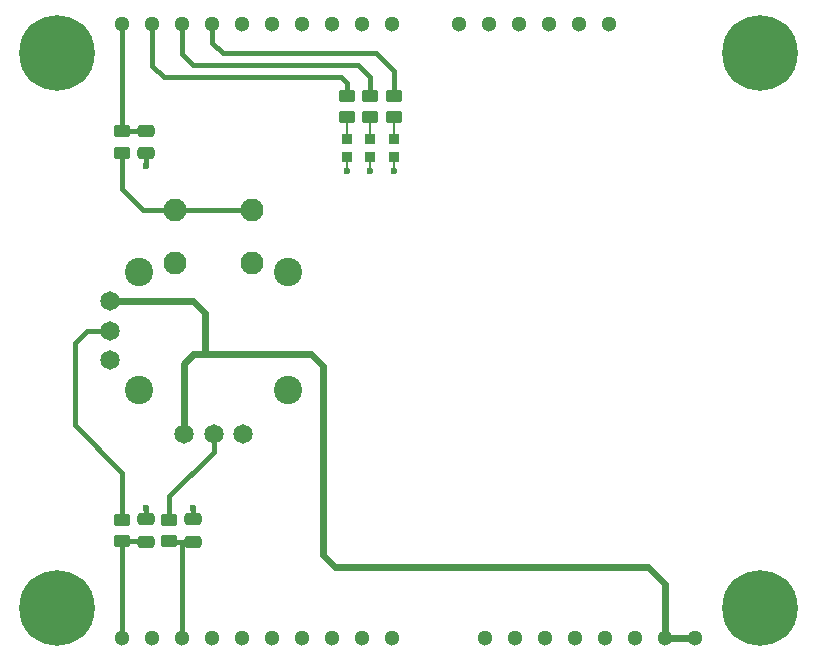
<source format=gbr>
%TF.GenerationSoftware,KiCad,Pcbnew,(6.0.10)*%
%TF.CreationDate,2023-06-21T21:11:52+02:00*%
%TF.ProjectId,FOX-PDA-v1 controller shield,464f582d-5044-4412-9d76-3120636f6e74,rev?*%
%TF.SameCoordinates,Original*%
%TF.FileFunction,Copper,L1,Top*%
%TF.FilePolarity,Positive*%
%FSLAX46Y46*%
G04 Gerber Fmt 4.6, Leading zero omitted, Abs format (unit mm)*
G04 Created by KiCad (PCBNEW (6.0.10)) date 2023-06-21 21:11:52*
%MOMM*%
%LPD*%
G01*
G04 APERTURE LIST*
G04 Aperture macros list*
%AMRoundRect*
0 Rectangle with rounded corners*
0 $1 Rounding radius*
0 $2 $3 $4 $5 $6 $7 $8 $9 X,Y pos of 4 corners*
0 Add a 4 corners polygon primitive as box body*
4,1,4,$2,$3,$4,$5,$6,$7,$8,$9,$2,$3,0*
0 Add four circle primitives for the rounded corners*
1,1,$1+$1,$2,$3*
1,1,$1+$1,$4,$5*
1,1,$1+$1,$6,$7*
1,1,$1+$1,$8,$9*
0 Add four rect primitives between the rounded corners*
20,1,$1+$1,$2,$3,$4,$5,0*
20,1,$1+$1,$4,$5,$6,$7,0*
20,1,$1+$1,$6,$7,$8,$9,0*
20,1,$1+$1,$8,$9,$2,$3,0*%
G04 Aperture macros list end*
%TA.AperFunction,SMDPad,CuDef*%
%ADD10RoundRect,0.250000X0.475000X-0.250000X0.475000X0.250000X-0.475000X0.250000X-0.475000X-0.250000X0*%
%TD*%
%TA.AperFunction,SMDPad,CuDef*%
%ADD11R,0.950000X0.950000*%
%TD*%
%TA.AperFunction,SMDPad,CuDef*%
%ADD12RoundRect,0.250000X-0.450000X0.262500X-0.450000X-0.262500X0.450000X-0.262500X0.450000X0.262500X0*%
%TD*%
%TA.AperFunction,ComponentPad*%
%ADD13C,0.800000*%
%TD*%
%TA.AperFunction,ComponentPad*%
%ADD14C,6.400000*%
%TD*%
%TA.AperFunction,ComponentPad*%
%ADD15C,1.650000*%
%TD*%
%TA.AperFunction,ComponentPad*%
%ADD16C,1.950000*%
%TD*%
%TA.AperFunction,ComponentPad*%
%ADD17C,2.400000*%
%TD*%
%TA.AperFunction,SMDPad,CuDef*%
%ADD18RoundRect,0.250000X-0.475000X0.250000X-0.475000X-0.250000X0.475000X-0.250000X0.475000X0.250000X0*%
%TD*%
%TA.AperFunction,SMDPad,CuDef*%
%ADD19RoundRect,0.250000X0.450000X-0.262500X0.450000X0.262500X-0.450000X0.262500X-0.450000X-0.262500X0*%
%TD*%
%TA.AperFunction,ComponentPad*%
%ADD20C,1.300000*%
%TD*%
%TA.AperFunction,ViaPad*%
%ADD21C,0.600000*%
%TD*%
%TA.AperFunction,Conductor*%
%ADD22C,0.600000*%
%TD*%
%TA.AperFunction,Conductor*%
%ADD23C,0.400000*%
%TD*%
%TA.AperFunction,Conductor*%
%ADD24C,0.200000*%
%TD*%
G04 APERTURE END LIST*
D10*
%TO.P,C2,1*%
%TO.N,PA2*%
X129000000Y-113862500D03*
%TO.P,C2,2*%
%TO.N,VSS*%
X129000000Y-111962500D03*
%TD*%
D11*
%TO.P,LED1,1*%
%TO.N,VSS*%
X146000000Y-81250000D03*
%TO.P,LED1,2*%
%TO.N,Net-(LED1-Pad2)*%
X146000000Y-79750000D03*
%TD*%
D12*
%TO.P,R5,1*%
%TO.N,PG14*%
X148000000Y-76087500D03*
%TO.P,R5,2*%
%TO.N,Net-(LED2-Pad2)*%
X148000000Y-77912500D03*
%TD*%
D13*
%TO.P,H2,1,1*%
%TO.N,unconnected-(H2-Pad1)*%
X178600000Y-72500000D03*
X183400000Y-72500000D03*
D14*
X181000000Y-72500000D03*
D13*
X181000000Y-70100000D03*
X179302944Y-70802944D03*
X182697056Y-74197056D03*
X182697056Y-70802944D03*
X181000000Y-74900000D03*
X179302944Y-74197056D03*
%TD*%
%TO.P,H1,1,1*%
%TO.N,unconnected-(H1-Pad1)*%
X181000000Y-117100000D03*
X182697056Y-121197056D03*
X179302944Y-121197056D03*
X181000000Y-121900000D03*
X179302944Y-117802944D03*
D14*
X181000000Y-119500000D03*
D13*
X182697056Y-117802944D03*
X183400000Y-119500000D03*
X178600000Y-119500000D03*
%TD*%
D12*
%TO.P,R6,1*%
%TO.N,PG12*%
X150000000Y-76087500D03*
%TO.P,R6,2*%
%TO.N,Net-(LED3-Pad2)*%
X150000000Y-77912500D03*
%TD*%
D14*
%TO.P,H4,1,1*%
%TO.N,unconnected-(H4-Pad1)*%
X121500000Y-72500000D03*
D13*
X123900000Y-72500000D03*
X119802944Y-70802944D03*
X121500000Y-74900000D03*
X123197056Y-74197056D03*
X119802944Y-74197056D03*
X119100000Y-72500000D03*
X123197056Y-70802944D03*
X121500000Y-70100000D03*
%TD*%
D11*
%TO.P,LED3,1*%
%TO.N,VSS*%
X150000000Y-81250000D03*
%TO.P,LED3,2*%
%TO.N,Net-(LED3-Pad2)*%
X150000000Y-79750000D03*
%TD*%
D15*
%TO.P,S1,1,1*%
%TO.N,VDD*%
X132230000Y-104730000D03*
%TO.P,S1,2,2*%
%TO.N,JOYSTICK_X*%
X134730000Y-104730000D03*
%TO.P,S1,3,3*%
%TO.N,VSS*%
X137230000Y-104730000D03*
%TO.P,S1,11,1'*%
%TO.N,VDD*%
X126000000Y-93500000D03*
%TO.P,S1,12,2'*%
%TO.N,JOYSTICK_Y*%
X126000000Y-96000000D03*
%TO.P,S1,13,3'*%
%TO.N,VSS*%
X126000000Y-98500000D03*
D16*
%TO.P,S1,A1,COM_1*%
X137980000Y-90250000D03*
%TO.P,S1,B1,COM_2*%
X131480000Y-90250000D03*
%TO.P,S1,C1,NO_1*%
%TO.N,JOYSTICK_BUTTON*%
X137980000Y-85750000D03*
%TO.P,S1,D1,NO_2*%
X131480000Y-85750000D03*
D17*
%TO.P,S1,MH1,MH1*%
%TO.N,VSS*%
X128405000Y-101000000D03*
%TO.P,S1,MH2,MH2*%
X141055000Y-101000000D03*
%TO.P,S1,MH3,MH3*%
X141055000Y-91000000D03*
%TO.P,S1,MH4,MH4*%
X128405000Y-91000000D03*
%TD*%
D12*
%TO.P,R2,1*%
%TO.N,JOYSTICK_Y*%
X127000000Y-112000000D03*
%TO.P,R2,2*%
%TO.N,PA2*%
X127000000Y-113825000D03*
%TD*%
D13*
%TO.P,H3,1,1*%
%TO.N,unconnected-(H3-Pad1)*%
X123197056Y-121197056D03*
X123900000Y-119500000D03*
X119802944Y-121197056D03*
X119100000Y-119500000D03*
X121500000Y-121900000D03*
D14*
X121500000Y-119500000D03*
D13*
X123197056Y-117802944D03*
X121500000Y-117100000D03*
X119802944Y-117802944D03*
%TD*%
D10*
%TO.P,C3,1*%
%TO.N,PA0*%
X133000000Y-113862500D03*
%TO.P,C3,2*%
%TO.N,VSS*%
X133000000Y-111962500D03*
%TD*%
D11*
%TO.P,LED2,1*%
%TO.N,VSS*%
X148000000Y-81250000D03*
%TO.P,LED2,2*%
%TO.N,Net-(LED2-Pad2)*%
X148000000Y-79750000D03*
%TD*%
D12*
%TO.P,R3,1*%
%TO.N,JOYSTICK_X*%
X131000000Y-112000000D03*
%TO.P,R3,2*%
%TO.N,PA0*%
X131000000Y-113825000D03*
%TD*%
D18*
%TO.P,C1,1*%
%TO.N,PB5*%
X129000000Y-79050000D03*
%TO.P,C1,2*%
%TO.N,VSS*%
X129000000Y-80950000D03*
%TD*%
D19*
%TO.P,R1,1*%
%TO.N,JOYSTICK_BUTTON*%
X127000000Y-80912500D03*
%TO.P,R1,2*%
%TO.N,PB5*%
X127000000Y-79087500D03*
%TD*%
D12*
%TO.P,R4,1*%
%TO.N,PG15*%
X146000000Y-76087500D03*
%TO.P,R4,2*%
%TO.N,Net-(LED1-Pad2)*%
X146000000Y-77912500D03*
%TD*%
D20*
%TO.P,J4,1,1*%
%TO.N,PI1*%
X155500000Y-70000000D03*
%TO.P,J4,2,2*%
%TO.N,PA10*%
X158040000Y-70000000D03*
%TO.P,J4,3,3*%
%TO.N,PI0*%
X160580000Y-70000000D03*
%TO.P,J4,4,4*%
%TO.N,PA9*%
X163120000Y-70000000D03*
%TO.P,J4,5,5*%
%TO.N,PC7*%
X165660000Y-70000000D03*
%TO.P,J4,6,6*%
%TO.N,PG8*%
X168200000Y-70000000D03*
%TD*%
%TO.P,J3,1,1*%
%TO.N,PF11*%
X149860000Y-122000000D03*
%TO.P,J3,2,2*%
%TO.N,PC5*%
X147320000Y-122000000D03*
%TO.P,J3,3,3*%
%TO.N,PB0*%
X144780000Y-122000000D03*
%TO.P,J3,4,4*%
%TO.N,PA5*%
X142240000Y-122000000D03*
%TO.P,J3,5,5*%
%TO.N,PB1*%
X139700000Y-122000000D03*
%TO.P,J3,6,6*%
%TO.N,PA6*%
X137160000Y-122000000D03*
%TO.P,J3,7,7*%
%TO.N,PA7*%
X134620000Y-122000000D03*
%TO.P,J3,8,8*%
%TO.N,PA0*%
X132080000Y-122000000D03*
%TO.P,J3,9,9*%
%TO.N,PA3*%
X129540000Y-122000000D03*
%TO.P,J3,10,10*%
%TO.N,PA2*%
X127000000Y-122000000D03*
%TD*%
%TO.P,J1,1,1*%
%TO.N,VDD*%
X175500000Y-122000000D03*
%TO.P,J1,2,2*%
X172960000Y-122000000D03*
%TO.P,J1,3,3*%
%TO.N,VSS*%
X170420000Y-122000000D03*
%TO.P,J1,4,4*%
X167880000Y-122000000D03*
%TO.P,J1,5,5*%
%TO.N,PB13*%
X165340000Y-122000000D03*
%TO.P,J1,6,6*%
%TO.N,PB11*%
X162800000Y-122000000D03*
%TO.P,J1,7,7*%
%TO.N,PB12*%
X160260000Y-122000000D03*
%TO.P,J1,8,8*%
%TO.N,PB10*%
X157720000Y-122000000D03*
%TD*%
%TO.P,J2,1,1*%
%TO.N,PB5*%
X127000000Y-70000000D03*
%TO.P,J2,2,2*%
%TO.N,PG15*%
X129540000Y-70000000D03*
%TO.P,J2,3,3*%
%TO.N,PG14*%
X132080000Y-70000000D03*
%TO.P,J2,4,4*%
%TO.N,PG12*%
X134620000Y-70000000D03*
%TO.P,J2,5,5*%
%TO.N,PG13*%
X137160000Y-70000000D03*
%TO.P,J2,6,6*%
%TO.N,PG11*%
X139700000Y-70000000D03*
%TO.P,J2,7,7*%
%TO.N,PB4*%
X142240000Y-70000000D03*
%TO.P,J2,8,8*%
%TO.N,PG10*%
X144780000Y-70000000D03*
%TO.P,J2,9,9*%
%TO.N,PD6*%
X147320000Y-70000000D03*
%TO.P,J2,10,10*%
%TO.N,PI3*%
X149860000Y-70000000D03*
%TD*%
D21*
%TO.N,VSS*%
X129000000Y-82000000D03*
X146000000Y-82500000D03*
X148000000Y-82500000D03*
X133000000Y-111000000D03*
X150000000Y-82500000D03*
X129000000Y-111000000D03*
%TD*%
D22*
%TO.N,VDD*%
X132230000Y-98770000D02*
X133000000Y-98000000D01*
X132230000Y-104730000D02*
X132230000Y-98770000D01*
X133000000Y-93500000D02*
X126000000Y-93500000D01*
X171500000Y-116000000D02*
X145000000Y-116000000D01*
X144000000Y-115000000D02*
X144000000Y-99000000D01*
X143000000Y-98000000D02*
X134000000Y-98000000D01*
X133000000Y-98000000D02*
X134000000Y-98000000D01*
X172960000Y-117460000D02*
X171500000Y-116000000D01*
X175500000Y-122000000D02*
X172960000Y-122000000D01*
X134000000Y-94500000D02*
X133000000Y-93500000D01*
X172960000Y-122000000D02*
X172960000Y-117460000D01*
X145000000Y-116000000D02*
X144000000Y-115000000D01*
X134000000Y-98000000D02*
X134000000Y-94500000D01*
X144000000Y-99000000D02*
X143000000Y-98000000D01*
D23*
%TO.N,VSS*%
X133000000Y-111962500D02*
X133000000Y-111000000D01*
D24*
X150000000Y-81250000D02*
X150000000Y-82500000D01*
X146000000Y-81250000D02*
X146000000Y-82500000D01*
D23*
X129000000Y-111962500D02*
X129000000Y-111000000D01*
D24*
X148000000Y-81250000D02*
X148000000Y-82500000D01*
D23*
X129000000Y-80950000D02*
X129000000Y-82000000D01*
%TO.N,PB5*%
X128962500Y-79087500D02*
X129000000Y-79050000D01*
X127000000Y-70000000D02*
X127000000Y-79087500D01*
X127000000Y-79087500D02*
X128962500Y-79087500D01*
%TO.N,PG15*%
X146000000Y-75000000D02*
X145500000Y-74500000D01*
X129540000Y-70000000D02*
X129540000Y-73540000D01*
X145500000Y-74500000D02*
X130500000Y-74500000D01*
X146000000Y-75000000D02*
X146000000Y-76087500D01*
X129540000Y-73540000D02*
X130500000Y-74500000D01*
%TO.N,PG14*%
X133000000Y-73500000D02*
X147000000Y-73500000D01*
X132080000Y-70000000D02*
X132080000Y-72580000D01*
X132080000Y-72580000D02*
X133000000Y-73500000D01*
X148000000Y-74500000D02*
X148000000Y-76087500D01*
X147000000Y-73500000D02*
X148000000Y-74500000D01*
%TO.N,PG12*%
X134620000Y-71620000D02*
X134620000Y-70000000D01*
X135500000Y-72500000D02*
X134620000Y-71620000D01*
X150000000Y-76087500D02*
X150000000Y-74000000D01*
X150000000Y-74000000D02*
X148500000Y-72500000D01*
X148500000Y-72500000D02*
X135500000Y-72500000D01*
%TO.N,PA0*%
X132080000Y-113920000D02*
X132137500Y-113862500D01*
X132080000Y-122000000D02*
X132080000Y-113920000D01*
X133000000Y-113862500D02*
X132137500Y-113862500D01*
X131037500Y-113862500D02*
X131000000Y-113825000D01*
X132137500Y-113862500D02*
X131037500Y-113862500D01*
%TO.N,PA2*%
X128962500Y-113825000D02*
X129000000Y-113862500D01*
X127000000Y-113825000D02*
X128962500Y-113825000D01*
X127000000Y-113825000D02*
X127000000Y-122000000D01*
%TO.N,JOYSTICK_X*%
X134730000Y-106270000D02*
X134730000Y-104730000D01*
X131000000Y-112000000D02*
X131000000Y-110000000D01*
X131000000Y-110000000D02*
X134730000Y-106270000D01*
%TO.N,JOYSTICK_Y*%
X124000000Y-96000000D02*
X126000000Y-96000000D01*
X127000000Y-108000000D02*
X123000000Y-104000000D01*
X127000000Y-112000000D02*
X127000000Y-108000000D01*
X123000000Y-97000000D02*
X124000000Y-96000000D01*
X123000000Y-104000000D02*
X123000000Y-97000000D01*
%TO.N,JOYSTICK_BUTTON*%
X128750000Y-85750000D02*
X131480000Y-85750000D01*
X127000000Y-84000000D02*
X128750000Y-85750000D01*
X131480000Y-85750000D02*
X137980000Y-85750000D01*
X127000000Y-80912500D02*
X127000000Y-84000000D01*
D24*
%TO.N,Net-(LED1-Pad2)*%
X146000000Y-77912500D02*
X146000000Y-79750000D01*
%TO.N,Net-(LED2-Pad2)*%
X148000000Y-77912500D02*
X148000000Y-79750000D01*
%TO.N,Net-(LED3-Pad2)*%
X150000000Y-77912500D02*
X150000000Y-79750000D01*
%TD*%
M02*

</source>
